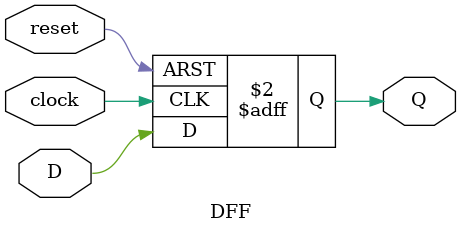
<source format=v>
`timescale 1ns / 1ps
module DFF(
input clock,
input reset,
input D,
output reg Q );
	
	always @(posedge clock or posedge reset)
	begin
		if(reset)
			Q <= 1'b0;
		else
			Q <= D;
	end

endmodule

</source>
